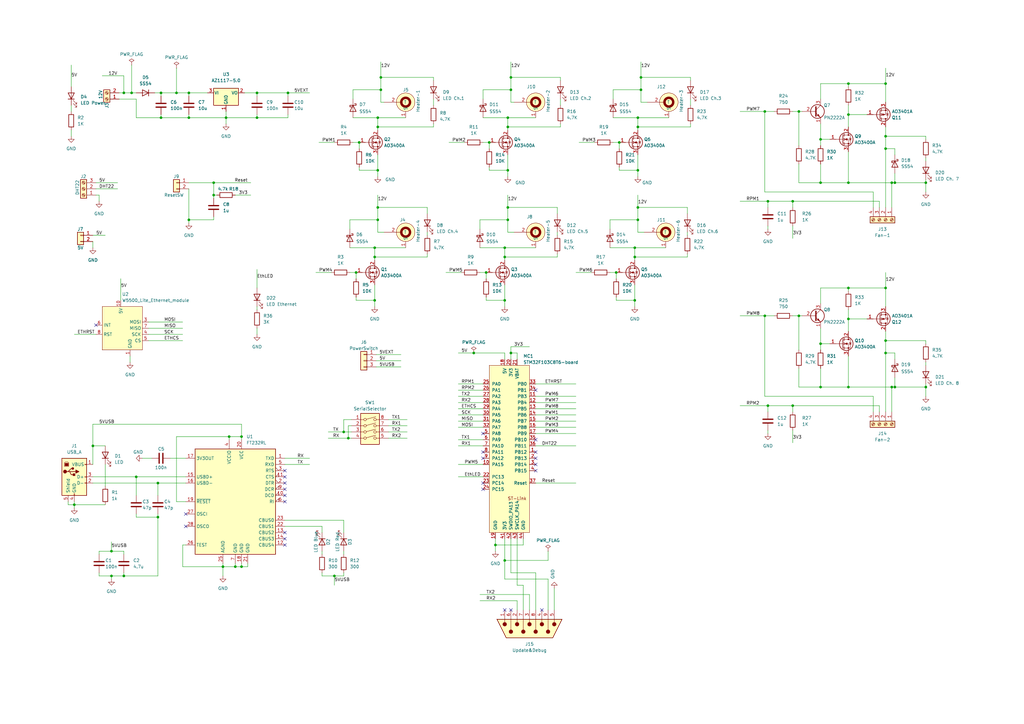
<source format=kicad_sch>
(kicad_sch (version 20231120) (generator "eeschema") (generator_version "8.0")
  (paper "A3")
  (title_block (title "Dew Heater Controller v1.0") (date "2023-02-20") (company "Radmilo Felix 2023"))
  (junction (at 347.98 158.75))
  (junction (at 363.22 144.78))
  (junction (at 55.88 195.58))
  (junction (at 154.94 52.07))
  (junction (at 146.05 111.76))
  (junction (at 64.77 212.09))
  (junction (at 252.73 111.76))
  (junction (at 153.67 123.19))
  (junction (at 336.55 158.75))
  (junction (at 45.72 236.22))
  (junction (at 77.47 48.26))
  (junction (at 207.01 101.6))
  (junction (at 367.03 74.93))
  (junction (at 327.66 129.54))
  (junction (at 313.69 129.54))
  (junction (at 99.06 232.41))
  (junction (at 254 58.42))
  (junction (at 153.67 105.41))
  (junction (at 365.76 158.75))
  (junction (at 209.55 36.83))
  (junction (at 260.35 105.41))
  (junction (at 347.98 34.29))
  (junction (at 379.73 74.93))
  (junction (at 379.73 158.75))
  (junction (at 207.01 105.41))
  (junction (at 336.55 57.15))
  (junction (at 347.98 118.11))
  (junction (at 154.94 48.26))
  (junction (at 154.94 90.17))
  (junction (at 327.66 45.72))
  (junction (at 262.89 31.75))
  (junction (at 105.41 38.1))
  (junction (at 45.72 226.06))
  (junction (at 96.52 232.41))
  (junction (at 363.22 118.11))
  (junction (at 262.89 36.83))
  (junction (at 260.35 101.6))
  (junction (at 142.875 179.705))
  (junction (at 208.28 90.17))
  (junction (at 208.28 85.09))
  (junction (at 50.8 38.1))
  (junction (at 156.21 36.83))
  (junction (at 92.71 48.26))
  (junction (at 199.39 111.76))
  (junction (at 118.11 38.1))
  (junction (at 336.55 140.97))
  (junction (at 347.98 46.99))
  (junction (at 261.62 90.17))
  (junction (at 207.01 123.19))
  (junction (at 30.48 207.01))
  (junction (at 261.62 69.85))
  (junction (at 347.98 130.81))
  (junction (at 365.76 74.93))
  (junction (at 325.12 166.37))
  (junction (at 147.32 58.42))
  (junction (at 363.22 34.29))
  (junction (at 137.16 236.22))
  (junction (at 64.77 198.12))
  (junction (at 77.47 38.1))
  (junction (at 140.97 177.165))
  (junction (at 91.44 232.41))
  (junction (at 363.22 60.96))
  (junction (at 156.21 31.75))
  (junction (at 153.67 101.6))
  (junction (at 260.35 123.19))
  (junction (at 363.22 139.7))
  (junction (at 208.28 69.85))
  (junction (at 203.2 223.52))
  (junction (at 93.98 179.07))
  (junction (at 325.12 82.55))
  (junction (at 261.62 85.09))
  (junction (at 207.01 229.87))
  (junction (at 261.62 48.26))
  (junction (at 336.55 74.93))
  (junction (at 154.94 85.09))
  (junction (at 66.04 48.26))
  (junction (at 53.975 38.1))
  (junction (at 367.03 158.75))
  (junction (at 66.04 38.1))
  (junction (at 105.41 48.26))
  (junction (at 77.47 90.17))
  (junction (at 154.94 69.85))
  (junction (at 50.8 236.22))
  (junction (at 313.69 45.72))
  (junction (at 87.63 80.01))
  (junction (at 314.96 82.55))
  (junction (at 72.39 38.1))
  (junction (at 209.55 144.78))
  (junction (at 200.66 58.42))
  (junction (at 363.22 55.88))
  (junction (at 314.96 166.37))
  (junction (at 208.28 48.26))
  (junction (at 261.62 52.07))
  (junction (at 208.28 52.07))
  (junction (at 209.55 31.75))
  (junction (at 347.98 74.93))
  (junction (at 194.31 144.78))
  (junction (at 87.63 74.93))
  (junction (at 99.06 179.07))
  (junction (at 38.1 182.88))
  (no_connect (at 116.84 220.98))
  (no_connect (at 116.84 223.52))
  (no_connect (at 76.2 210.82))
  (no_connect (at 76.2 215.9))
  (no_connect (at 116.84 193.04))
  (no_connect (at 116.84 195.58))
  (no_connect (at 116.84 205.74))
  (no_connect (at 116.84 198.12))
  (no_connect (at 116.84 200.66))
  (no_connect (at 116.84 203.2))
  (no_connect (at 207.01 250.19))
  (no_connect (at 219.71 187.96))
  (no_connect (at 198.12 177.8))
  (no_connect (at 209.55 250.19))
  (no_connect (at 219.71 185.42))
  (no_connect (at 219.71 180.34))
  (no_connect (at 219.71 190.5))
  (no_connect (at 39.37 133.35))
  (no_connect (at 222.25 250.19))
  (no_connect (at 198.12 187.96))
  (no_connect (at 198.12 185.42))
  (no_connect (at 198.12 200.66))
  (no_connect (at 198.12 198.12))
  (no_connect (at 116.84 218.44))
  (no_connect (at 219.71 160.02))
  (no_connect (at 219.71 193.04))
  (wire (pts (xy 187.96 172.72) (xy 198.12 172.72)))
  (wire (pts (xy 219.71 170.18) (xy 236.22 170.18)))
  (wire (pts (xy 105.41 48.26) (xy 92.71 48.26)))
  (wire (pts (xy 187.96 195.58) (xy 198.12 195.58)))
  (wire (pts (xy 40.64 226.06) (xy 45.72 226.06)))
  (wire (pts (xy 101.6 232.41) (xy 99.06 232.41)))
  (wire (pts (xy 325.12 166.37) (xy 325.12 168.91)))
  (wire (pts (xy 325.12 92.71) (xy 325.12 97.79)))
  (wire (pts (xy 39.37 77.47) (xy 48.26 77.47)))
  (wire (pts (xy 367.03 147.32) (xy 367.03 144.78)))
  (wire (pts (xy 265.43 41.91) (xy 262.89 41.91)))
  (wire (pts (xy 38.1 182.88) (xy 38.1 190.5)))
  (wire (pts (xy 187.96 162.56) (xy 198.12 162.56)))
  (wire (pts (xy 177.8 52.07) (xy 154.94 52.07)))
  (wire (pts (xy 153.67 101.6) (xy 153.67 105.41)))
  (wire (pts (xy 105.41 38.1) (xy 118.11 38.1)))
  (wire (pts (xy 229.87 50.8) (xy 229.87 52.07)))
  (wire (pts (xy 66.04 38.1) (xy 72.39 38.1)))
  (wire (pts (xy 261.62 85.09) (xy 261.62 90.17)))
  (wire (pts (xy 53.975 38.1) (xy 55.88 38.1)))
  (wire (pts (xy 250.19 93.98) (xy 250.19 90.17)))
  (wire (pts (xy 219.71 177.8) (xy 236.22 177.8)))
  (wire (pts (xy 187.96 167.64) (xy 198.12 167.64)))
  (wire (pts (xy 132.08 215.9) (xy 116.84 215.9)))
  (wire (pts (xy 283.21 40.64) (xy 283.21 43.18)))
  (wire (pts (xy 363.22 27.94) (xy 363.22 34.29)))
  (wire (pts (xy 363.22 135.89) (xy 363.22 139.7)))
  (wire (pts (xy 208.28 63.5) (xy 208.28 69.85)))
  (wire (pts (xy 198.12 48.26) (xy 208.28 48.26)))
  (wire (pts (xy 208.28 48.26) (xy 219.71 48.26)))
  (wire (pts (xy 347.98 43.18) (xy 347.98 46.99)))
  (wire (pts (xy 229.87 31.75) (xy 209.55 31.75)))
  (wire (pts (xy 363.22 52.07) (xy 363.22 55.88)))
  (wire (pts (xy 105.41 125.73) (xy 105.41 127)))
  (wire (pts (xy 379.73 64.77) (xy 379.73 66.04)))
  (wire (pts (xy 229.87 40.64) (xy 229.87 43.18)))
  (wire (pts (xy 72.39 205.74) (xy 72.39 179.07)))
  (wire (pts (xy 175.26 87.63) (xy 175.26 85.09)))
  (wire (pts (xy 49.53 114.3) (xy 49.53 123.19)))
  (wire (pts (xy 159.385 172.085) (xy 167.005 172.085)))
  (wire (pts (xy 260.35 123.19) (xy 260.35 125.73)))
  (wire (pts (xy 347.98 118.11) (xy 363.22 118.11)))
  (wire (pts (xy 219.71 167.64) (xy 236.22 167.64)))
  (wire (pts (xy 336.55 158.75) (xy 347.98 158.75)))
  (wire (pts (xy 196.85 101.6) (xy 207.01 101.6)))
  (wire (pts (xy 196.85 93.98) (xy 196.85 90.17)))
  (wire (pts (xy 379.73 139.7) (xy 363.22 139.7)))
  (wire (pts (xy 336.55 50.8) (xy 336.55 57.15)))
  (wire (pts (xy 159.385 179.705) (xy 167.005 179.705)))
  (wire (pts (xy 219.71 172.72) (xy 236.22 172.72)))
  (wire (pts (xy 134.62 179.705) (xy 142.875 179.705)))
  (wire (pts (xy 175.26 104.14) (xy 175.26 105.41)))
  (wire (pts (xy 210.82 95.25) (xy 208.28 95.25)))
  (wire (pts (xy 212.09 250.19) (xy 212.09 246.38)))
  (wire (pts (xy 153.67 123.19) (xy 153.67 125.73)))
  (wire (pts (xy 325.12 82.55) (xy 325.12 85.09)))
  (wire (pts (xy 38.1 173.99) (xy 38.1 182.88)))
  (wire (pts (xy 314.96 82.55) (xy 325.12 82.55)))
  (wire (pts (xy 156.21 25.4) (xy 156.21 31.75)))
  (wire (pts (xy 228.6 87.63) (xy 228.6 85.09)))
  (wire (pts (xy 116.84 190.5) (xy 127 190.5)))
  (wire (pts (xy 336.55 140.97) (xy 340.36 140.97)))
  (wire (pts (xy 72.39 27.94) (xy 72.39 38.1)))
  (wire (pts (xy 116.84 187.96) (xy 127 187.96)))
  (wire (pts (xy 154.305 145.415) (xy 164.465 145.415)))
  (wire (pts (xy 87.63 88.9) (xy 87.63 90.17)))
  (wire (pts (xy 41.91 31.115) (xy 50.8 31.115)))
  (wire (pts (xy 129.54 111.76) (xy 135.89 111.76)))
  (wire (pts (xy 154.94 85.09) (xy 154.94 90.17)))
  (wire (pts (xy 55.88 195.58) (xy 76.2 195.58)))
  (wire (pts (xy 250.19 101.6) (xy 260.35 101.6)))
  (wire (pts (xy 132.08 226.06) (xy 132.08 227.33)))
  (wire (pts (xy 379.73 158.75) (xy 367.03 158.75)))
  (wire (pts (xy 187.96 165.1) (xy 198.12 165.1)))
  (wire (pts (xy 45.72 222.25) (xy 45.72 226.06)))
  (wire (pts (xy 327.66 67.31) (xy 327.66 74.93)))
  (wire (pts (xy 159.385 177.165) (xy 167.005 177.165)))
  (wire (pts (xy 187.96 182.88) (xy 198.12 182.88)))
  (wire (pts (xy 224.79 226.06) (xy 224.79 229.87)))
  (wire (pts (xy 38.1 198.12) (xy 64.77 198.12)))
  (wire (pts (xy 281.94 104.14) (xy 281.94 105.41)))
  (wire (pts (xy 144.78 36.83) (xy 156.21 36.83)))
  (wire (pts (xy 325.12 176.53) (xy 325.12 181.61)))
  (wire (pts (xy 261.62 80.01) (xy 261.62 85.09)))
  (wire (pts (xy 208.28 48.26) (xy 208.28 52.07)))
  (wire (pts (xy 360.68 166.37) (xy 325.12 166.37)))
  (wire (pts (xy 367.03 144.78) (xy 363.22 144.78)))
  (wire (pts (xy 379.73 57.15) (xy 379.73 55.88)))
  (wire (pts (xy 200.66 58.42) (xy 200.66 60.96)))
  (wire (pts (xy 347.98 135.89) (xy 347.98 130.81)))
  (wire (pts (xy 154.94 80.01) (xy 154.94 85.09)))
  (wire (pts (xy 144.78 58.42) (xy 147.32 58.42)))
  (wire (pts (xy 132.08 234.95) (xy 132.08 236.22)))
  (wire (pts (xy 281.94 87.63) (xy 281.94 85.09)))
  (wire (pts (xy 360.68 85.09) (xy 360.68 82.55)))
  (wire (pts (xy 363.22 111.76) (xy 363.22 118.11)))
  (wire (pts (xy 60.96 137.16) (xy 74.93 137.16)))
  (wire (pts (xy 77.47 46.99) (xy 77.47 48.26)))
  (wire (pts (xy 260.35 101.6) (xy 273.05 101.6)))
  (wire (pts (xy 199.39 123.19) (xy 207.01 123.19)))
  (wire (pts (xy 336.55 67.31) (xy 336.55 74.93)))
  (wire (pts (xy 140.97 213.36) (xy 140.97 218.44)))
  (wire (pts (xy 227.33 241.3) (xy 227.33 250.19)))
  (wire (pts (xy 363.22 60.96) (xy 363.22 85.09)))
  (wire (pts (xy 45.72 236.22) (xy 50.8 236.22)))
  (wire (pts (xy 379.73 74.93) (xy 379.73 78.74)))
  (wire (pts (xy 336.55 34.29) (xy 347.98 34.29)))
  (wire (pts (xy 77.47 48.26) (xy 92.71 48.26)))
  (wire (pts (xy 208.28 80.01) (xy 208.28 85.09)))
  (wire (pts (xy 29.21 43.18) (xy 29.21 45.72)))
  (wire (pts (xy 76.2 205.74) (xy 72.39 205.74)))
  (wire (pts (xy 358.14 168.91) (xy 358.14 162.56)))
  (wire (pts (xy 260.35 101.6) (xy 260.35 105.41)))
  (wire (pts (xy 30.48 205.74) (xy 30.48 207.01)))
  (wire (pts (xy 30.48 207.01) (xy 43.18 207.01)))
  (wire (pts (xy 143.51 93.98) (xy 143.51 90.17)))
  (wire (pts (xy 219.71 175.26) (xy 236.22 175.26)))
  (wire (pts (xy 367.03 60.96) (xy 363.22 60.96)))
  (wire (pts (xy 154.94 69.85) (xy 154.94 72.39)))
  (wire (pts (xy 367.03 63.5) (xy 367.03 60.96)))
  (wire (pts (xy 379.73 148.59) (xy 379.73 149.86)))
  (wire (pts (xy 118.11 38.1) (xy 127 38.1)))
  (wire (pts (xy 209.55 220.98) (xy 209.55 234.95)))
  (wire (pts (xy 219.71 165.1) (xy 236.22 165.1)))
  (wire (pts (xy 142.875 179.705) (xy 144.145 179.705)))
  (wire (pts (xy 347.98 127) (xy 347.98 130.81)))
  (wire (pts (xy 116.84 213.36) (xy 140.97 213.36)))
  (wire (pts (xy 365.76 158.75) (xy 365.76 168.91)))
  (wire (pts (xy 60.96 139.7) (xy 74.93 139.7)))
  (wire (pts (xy 72.39 179.07) (xy 93.98 179.07)))
  (wire (pts (xy 347.98 74.93) (xy 365.76 74.93)))
  (wire (pts (xy 347.98 158.75) (xy 365.76 158.75)))
  (wire (pts (xy 175.26 95.25) (xy 175.26 96.52)))
  (wire (pts (xy 66.04 46.99) (xy 66.04 48.26)))
  (wire (pts (xy 132.08 236.22) (xy 137.16 236.22)))
  (wire (pts (xy 203.2 223.52) (xy 203.2 226.06)))
  (wire (pts (xy 262.89 25.4) (xy 262.89 31.75)))
  (wire (pts (xy 154.305 147.955) (xy 164.465 147.955)))
  (wire (pts (xy 137.16 236.22) (xy 140.97 236.22)))
  (wire (pts (xy 102.87 80.01) (xy 96.52 80.01)))
  (wire (pts (xy 207.01 220.98) (xy 207.01 229.87)))
  (wire (pts (xy 43.18 96.52) (xy 38.1 96.52)))
  (wire (pts (xy 229.87 33.02) (xy 229.87 31.75)))
  (wire (pts (xy 347.98 130.81) (xy 355.6 130.81)))
  (wire (pts (xy 281.94 95.25) (xy 281.94 96.52)))
  (wire (pts (xy 153.67 101.6) (xy 166.37 101.6)))
  (wire (pts (xy 87.63 80.01) (xy 87.63 74.93)))
  (wire (pts (xy 187.96 157.48) (xy 198.12 157.48)))
  (wire (pts (xy 177.8 31.75) (xy 156.21 31.75)))
  (wire (pts (xy 210.82 41.91) (xy 209.55 41.91)))
  (wire (pts (xy 196.85 246.38) (xy 212.09 246.38)))
  (wire (pts (xy 251.46 58.42) (xy 254 58.42)))
  (wire (pts (xy 379.73 74.93) (xy 367.03 74.93)))
  (wire (pts (xy 146.05 111.76) (xy 146.05 114.3)))
  (wire (pts (xy 177.8 40.64) (xy 177.8 43.18)))
  (wire (pts (xy 327.66 74.93) (xy 336.55 74.93)))
  (wire (pts (xy 39.37 80.01) (xy 40.64 80.01)))
  (wire (pts (xy 283.21 31.75) (xy 262.89 31.75)))
  (wire (pts (xy 367.03 74.93) (xy 365.76 74.93)))
  (wire (pts (xy 207.01 105.41) (xy 207.01 106.68)))
  (wire (pts (xy 30.48 137.16) (xy 39.37 137.16)))
  (wire (pts (xy 327.66 158.75) (xy 336.55 158.75)))
  (wire (pts (xy 100.33 38.1) (xy 105.41 38.1)))
  (wire (pts (xy 347.98 46.99) (xy 355.6 46.99)))
  (wire (pts (xy 43.18 190.5) (xy 43.18 199.39)))
  (wire (pts (xy 154.94 63.5) (xy 154.94 69.85)))
  (wire (pts (xy 207.01 123.19) (xy 207.01 125.73)))
  (wire (pts (xy 92.71 45.72) (xy 92.71 48.26)))
  (wire (pts (xy 347.98 52.07) (xy 347.98 46.99)))
  (wire (pts (xy 175.26 85.09) (xy 154.94 85.09)))
  (wire (pts (xy 212.09 144.78) (xy 209.55 144.78)))
  (wire (pts (xy 132.08 218.44) (xy 132.08 215.9)))
  (wire (pts (xy 303.53 45.72) (xy 313.69 45.72)))
  (wire (pts (xy 236.22 111.76) (xy 242.57 111.76)))
  (wire (pts (xy 99.06 232.41) (xy 96.52 232.41)))
  (wire (pts (xy 336.55 140.97) (xy 336.55 143.51)))
  (wire (pts (xy 314.96 92.71) (xy 314.96 93.98)))
  (wire (pts (xy 229.87 52.07) (xy 208.28 52.07)))
  (wire (pts (xy 147.32 69.85) (xy 154.94 69.85)))
  (wire (pts (xy 55.88 210.82) (xy 55.88 212.09)))
  (wire (pts (xy 64.77 198.12) (xy 76.2 198.12)))
  (wire (pts (xy 314.96 176.53) (xy 314.96 177.8)))
  (wire (pts (xy 209.55 41.91) (xy 209.55 36.83)))
  (wire (pts (xy 252.73 121.92) (xy 252.73 123.19)))
  (wire (pts (xy 184.15 58.42) (xy 190.5 58.42)))
  (wire (pts (xy 198.12 36.83) (xy 209.55 36.83)))
  (wire (pts (xy 363.22 34.29) (xy 363.22 41.91)))
  (wire (pts (xy 45.72 226.06) (xy 50.8 226.06)))
  (wire (pts (xy 147.32 58.42) (xy 147.32 60.96)))
  (wire (pts (xy 146.05 123.19) (xy 153.67 123.19)))
  (wire (pts (xy 207.01 116.84) (xy 207.01 123.19)))
  (wire (pts (xy 219.71 198.12) (xy 236.22 198.12)))
  (wire (pts (xy 154.94 52.07) (xy 154.94 53.34)))
  (wire (pts (xy 379.73 140.97) (xy 379.73 139.7)))
  (wire (pts (xy 105.41 134.62) (xy 105.41 137.16)))
  (wire (pts (xy 118.11 38.1) (xy 118.11 39.37)))
  (wire (pts (xy 261.62 63.5) (xy 261.62 69.85)))
  (wire (pts (xy 96.52 232.41) (xy 91.44 232.41)))
  (wire (pts (xy 219.71 162.56) (xy 236.22 162.56)))
  (wire (pts (xy 77.47 38.1) (xy 77.47 39.37)))
  (wire (pts (xy 50.8 226.06) (xy 50.8 227.33)))
  (wire (pts (xy 62.23 187.96) (xy 58.42 187.96)))
  (wire (pts (xy 29.21 53.34) (xy 29.21 55.88)))
  (wire (pts (xy 219.71 182.88) (xy 236.22 182.88)))
  (wire (pts (xy 224.79 237.49) (xy 224.79 250.19)))
  (wire (pts (xy 53.975 26.67) (xy 53.975 38.1)))
  (wire (pts (xy 261.62 95.25) (xy 261.62 90.17)))
  (wire (pts (xy 187.96 160.02) (xy 198.12 160.02)))
  (wire (pts (xy 143.51 111.76) (xy 146.05 111.76)))
  (wire (pts (xy 358.14 162.56) (xy 313.69 162.56)))
  (wire (pts (xy 367.03 71.12) (xy 367.03 74.93)))
  (wire (pts (xy 336.55 57.15) (xy 336.55 59.69)))
  (wire (pts (xy 314.96 166.37) (xy 325.12 166.37)))
  (wire (pts (xy 87.63 74.93) (xy 77.47 74.93)))
  (wire (pts (xy 53.34 146.05) (xy 53.34 148.59)))
  (wire (pts (xy 228.6 104.14) (xy 228.6 105.41)))
  (wire (pts (xy 207.01 237.49) (xy 224.79 237.49)))
  (wire (pts (xy 283.21 50.8) (xy 283.21 52.07)))
  (wire (pts (xy 327.66 45.72) (xy 327.66 59.69)))
  (wire (pts (xy 327.66 151.13) (xy 327.66 158.75)))
  (wire (pts (xy 187.96 170.18) (xy 198.12 170.18)))
  (wire (pts (xy 224.79 229.87) (xy 207.01 229.87)))
  (wire (pts (xy 40.64 227.33) (xy 40.64 226.06)))
  (wire (pts (xy 50.8 236.22) (xy 50.8 234.95)))
  (wire (pts (xy 177.8 50.8) (xy 177.8 52.07)))
  (wire (pts (xy 87.63 80.01) (xy 87.63 81.28)))
  (wire (pts (xy 336.55 124.46) (xy 336.55 118.11)))
  (wire (pts (xy 102.87 74.93) (xy 87.63 74.93)))
  (wire (pts (xy 207.01 144.78) (xy 207.01 147.32)))
  (wire (pts (xy 55.88 195.58) (xy 55.88 203.2)))
  (wire (pts (xy 130.81 58.42) (xy 137.16 58.42)))
  (wire (pts (xy 208.28 95.25) (xy 208.28 90.17)))
  (wire (pts (xy 64.77 198.12) (xy 64.77 203.2)))
  (wire (pts (xy 105.41 46.99) (xy 105.41 48.26)))
  (wire (pts (xy 177.8 33.02) (xy 177.8 31.75)))
  (wire (pts (xy 303.53 82.55) (xy 314.96 82.55)))
  (wire (pts (xy 228.6 105.41) (xy 207.01 105.41)))
  (wire (pts (xy 237.49 58.42) (xy 243.84 58.42)))
  (wire (pts (xy 27.94 207.01) (xy 30.48 207.01)))
  (wire (pts (xy 101.6 231.14) (xy 101.6 232.41)))
  (wire (pts (xy 200.66 69.85) (xy 208.28 69.85)))
  (wire (pts (xy 154.94 95.25) (xy 154.94 90.17)))
  (wire (pts (xy 200.66 68.58) (xy 200.66 69.85)))
  (wire (pts (xy 39.37 74.93) (xy 48.26 74.93)))
  (wire (pts (xy 64.77 212.09) (xy 64.77 236.22)))
  (wire (pts (xy 118.11 48.26) (xy 105.41 48.26)))
  (wire (pts (xy 228.6 85.09) (xy 208.28 85.09)))
  (wire (pts (xy 142.875 174.625) (xy 142.875 179.705)))
  (wire (pts (xy 198.12 58.42) (xy 200.66 58.42)))
  (wire (pts (xy 260.35 105.41) (xy 260.35 106.68)))
  (wire (pts (xy 92.71 48.26) (xy 92.71 50.8)))
  (wire (pts (xy 325.12 45.72) (xy 327.66 45.72)))
  (wire (pts (xy 64.77 236.22) (xy 50.8 236.22)))
  (wire (pts (xy 38.1 182.88) (xy 43.18 182.88)))
  (wire (pts (xy 87.63 90.17) (xy 77.47 90.17)))
  (wire (pts (xy 327.66 45.72) (xy 328.93 45.72)))
  (wire (pts (xy 214.63 220.98) (xy 214.63 223.52)))
  (wire (pts (xy 217.17 250.19) (xy 217.17 243.84)))
  (wire (pts (xy 281.94 105.41) (xy 260.35 105.41)))
  (wire (pts (xy 281.94 85.09) (xy 261.62 85.09)))
  (wire (pts (xy 143.51 90.17) (xy 154.94 90.17)))
  (wire (pts (xy 199.39 111.76) (xy 199.39 114.3)))
  (wire (pts (xy 99.06 179.07) (xy 99.06 180.34)))
  (wire (pts (xy 254 68.58) (xy 254 69.85)))
  (wire (pts (xy 198.12 40.64) (xy 198.12 36.83)))
  (wire (pts (xy 303.53 129.54) (xy 313.69 129.54)))
  (wire (pts (xy 336.55 134.62) (xy 336.55 140.97)))
  (wire (pts (xy 144.78 40.64) (xy 144.78 36.83)))
  (wire (pts (xy 29.21 26.67) (xy 29.21 35.56)))
  (wire (pts (xy 40.64 80.01) (xy 40.64 82.55)))
  (wire (pts (xy 147.32 68.58) (xy 147.32 69.85)))
  (wire (pts (xy 40.64 236.22) (xy 45.72 236.22)))
  (wire (pts (xy 187.96 180.34) (xy 198.12 180.34)))
  (wire (pts (xy 207.01 101.6) (xy 219.71 101.6)))
  (wire (pts (xy 303.53 166.37) (xy 314.96 166.37)))
  (wire (pts (xy 363.22 118.11) (xy 363.22 125.73)))
  (wire (pts (xy 313.69 129.54) (xy 317.5 129.54)))
  (wire (pts (xy 336.55 40.64) (xy 336.55 34.29)))
  (wire (pts (xy 336.55 57.15) (xy 340.36 57.15)))
  (wire (pts (xy 154.94 48.26) (xy 154.94 52.07)))
  (wire (pts (xy 69.85 187.96) (xy 76.2 187.96)))
  (wire (pts (xy 283.21 33.02) (xy 283.21 31.75)))
  (wire (pts (xy 99.06 231.14) (xy 99.06 232.41)))
  (wire (pts (xy 146.05 121.92) (xy 146.05 123.19)))
  (wire (pts (xy 327.66 129.54) (xy 327.66 143.51)))
  (wire (pts (xy 76.2 223.52) (xy 74.93 223.52)))
  (wire (pts (xy 144.145 174.625) (xy 142.875 174.625)))
  (wire (pts (xy 264.16 95.25) (xy 261.62 95.25)))
  (wire (pts (xy 336.55 74.93) (xy 347.98 74.93)))
  (wire (pts (xy 153.67 105.41) (xy 153.67 106.68)))
  (wire (pts (xy 38.1 195.58) (xy 55.88 195.58)))
  (wire (pts (xy 66.04 48.26) (xy 77.47 48.26)))
  (wire (pts (xy 262.89 41.91) (xy 262.89 36.83)))
  (wire (pts (xy 219.71 234.95) (xy 219.71 250.19)))
  (wire (pts (xy 118.11 46.99) (xy 118.11 48.26)))
  (wire (pts (xy 50.8 38.1) (xy 50.8 31.115)))
  (wire (pts (xy 336.55 151.13) (xy 336.55 158.75)))
  (wire (pts (xy 327.66 129.54) (xy 328.93 129.54)))
  (wire (pts (xy 250.19 90.17) (xy 261.62 90.17)))
  (wire (pts (xy 105.41 110.49) (xy 105.41 118.11)))
  (wire (pts (xy 175.26 105.41) (xy 153.67 105.41)))
  (wire (pts (xy 209.55 25.4) (xy 209.55 31.75)))
  (wire (pts (xy 365.76 74.93) (xy 365.76 85.09)))
  (wire (pts (xy 214.63 240.03) (xy 214.63 250.19)))
  (wire (pts (xy 93.98 179.07) (xy 99.06 179.07)))
  (wire (pts (xy 254 69.85) (xy 261.62 69.85)))
  (wire (pts (xy 209.55 31.75) (xy 209.55 36.83)))
  (wire (pts (xy 261.62 48.26) (xy 261.62 52.07)))
  (wire (pts (xy 379.73 73.66) (xy 379.73 74.93)))
  (wire (pts (xy 77.47 38.1) (xy 85.09 38.1)))
  (wire (pts (xy 38.1 173.99) (xy 99.06 173.99)))
  (wire (pts (xy 252.73 111.76) (xy 252.73 114.3)))
  (wire (pts (xy 88.9 80.01) (xy 87.63 80.01)))
  (wire (pts (xy 91.44 232.41) (xy 91.44 236.22)))
  (wire (pts (xy 140.97 236.22) (xy 140.97 234.95)))
  (wire (pts (xy 208.28 69.85) (xy 208.28 72.39)))
  (wire (pts (xy 93.98 179.07) (xy 93.98 180.34)))
  (wire (pts (xy 252.73 123.19) (xy 260.35 123.19)))
  (wire (pts (xy 251.46 40.64) (xy 251.46 36.83)))
  (wire (pts (xy 45.72 236.22) (xy 45.72 237.49)))
  (wire (pts (xy 228.6 95.25) (xy 228.6 96.52)))
  (wire (pts (xy 60.96 132.08) (xy 74.93 132.08)))
  (wire (pts (xy 261.62 48.26) (xy 274.32 48.26)))
  (wire (pts (xy 212.09 147.32) (xy 212.09 144.78)))
  (wire (pts (xy 325.12 129.54) (xy 327.66 129.54)))
  (wire (pts (xy 261.62 52.07) (xy 261.62 53.34)))
  (wire (pts (xy 207.01 101.6) (xy 207.01 105.41)))
  (wire (pts (xy 367.03 154.94) (xy 367.03 158.75)))
  (wire (pts (xy 212.09 220.98) (xy 212.09 240.03)))
  (wire (pts (xy 203.2 220.98) (xy 203.2 223.52)))
  (wire (pts (xy 50.8 38.1) (xy 53.975 38.1)))
  (wire (pts (xy 219.71 157.48) (xy 236.22 157.48)))
  (wire (pts (xy 363.22 55.88) (xy 363.22 60.96)))
  (wire (pts (xy 360.68 168.91) (xy 360.68 166.37)))
  (wire (pts (xy 156.21 31.75) (xy 156.21 36.83)))
  (wire (pts (xy 154.305 150.495) (xy 164.465 150.495)))
  (wire (pts (xy 77.47 90.17) (xy 77.47 91.44)))
  (wire (pts (xy 358.14 78.74) (xy 313.69 78.74)))
  (wire (pts (xy 196.85 90.17) (xy 208.28 90.17)))
  (wire (pts (xy 143.51 101.6) (xy 153.67 101.6)))
  (wire (pts (xy 182.88 111.76) (xy 189.23 111.76)))
  (wire (pts (xy 358.14 85.09) (xy 358.14 78.74)))
  (wire (pts (xy 208.28 85.09) (xy 208.28 90.17)))
  (wire (pts (xy 260.35 116.84) (xy 260.35 123.19)))
  (wire (pts (xy 379.73 158.75) (xy 379.73 162.56)))
  (wire (pts (xy 159.385 174.625) (xy 167.005 174.625)))
  (wire (pts (xy 262.89 31.75) (xy 262.89 36.83)))
  (wire (pts (xy 105.41 38.1) (xy 105.41 39.37)))
  (wire (pts (xy 48.895 38.1) (xy 50.8 38.1)))
  (wire (pts (xy 254 58.42) (xy 254 60.96)))
  (wire (pts (xy 137.16 236.22) (xy 137.16 240.03)))
  (wire (pts (xy 156.21 41.91) (xy 157.48 41.91)))
  (wire (pts (xy 72.39 38.1) (xy 77.47 38.1)))
  (wire (pts (xy 199.39 121.92) (xy 199.39 123.19)))
  (wire (pts (xy 74.93 223.52) (xy 74.93 232.41)))
  (wire (pts (xy 157.48 95.25) (xy 154.94 95.25)))
  (wire (pts (xy 347.98 146.05) (xy 347.98 158.75)))
  (wire (pts (xy 156.21 41.91) (xy 156.21 36.83)))
  (wire (pts (xy 55.88 40.64) (xy 55.88 48.26)))
  (wire (pts (xy 55.88 212.09) (xy 64.77 212.09)))
  (wire (pts (xy 313.69 78.74) (xy 313.69 45.72)))
  (wire (pts (xy 196.85 243.84) (xy 217.17 243.84)))
  (wire (pts (xy 144.78 48.26) (xy 154.94 48.26)))
  (wire (pts (xy 251.46 48.26) (xy 261.62 48.26)))
  (wire (pts (xy 55.88 48.26) (xy 66.04 48.26)))
  (wire (pts (xy 214.63 223.52) (xy 203.2 223.52)))
  (wire (pts (xy 261.62 69.85) (xy 261.62 72.39)))
  (wire (pts (xy 363.22 144.78) (xy 363.22 168.91)))
  (wire (pts (xy 187.96 144.78) (xy 194.31 144.78)))
  (wire (pts (xy 196.85 111.76) (xy 199.39 111.76)))
  (wire (pts (xy 314.96 166.37) (xy 314.96 168.91)))
  (wire (pts (xy 74.93 232.41) (xy 91.44 232.41)))
  (wire (pts (xy 153.67 116.84) (xy 153.67 123.19)))
  (wire (pts (xy 209.55 234.95) (xy 219.71 234.95)))
  (wire (pts (xy 134.62 177.165) (xy 140.97 177.165)))
  (wire (pts (xy 187.96 175.26) (xy 198.12 175.26)))
  (wire (pts (xy 336.55 118.11) (xy 347.98 118.11)))
  (wire (pts (xy 313.69 162.56) (xy 313.69 129.54)))
  (wire (pts (xy 283.21 52.07) (xy 261.62 52.07)))
  (wire (pts (xy 347.98 35.56) (xy 347.98 34.29)))
  (wire (pts (xy 77.47 77.47) (xy 77.47 90.17)))
  (wire (pts (xy 207.01 229.87) (xy 207.01 237.49)))
  (wire (pts (xy 209.55 142.24) (xy 217.17 142.24)))
  (wire (pts (xy 140.97 177.165) (xy 144.145 177.165)))
  (wire (pts (xy 66.04 38.1) (xy 66.04 39.37)))
  (wire (pts (xy 251.46 36.83) (xy 262.89 36.83)))
  (wire (pts (xy 91.44 232.41) (xy 91.44 231.14)))
  (wire (pts (xy 379.73 157.48) (xy 379.73 158.75)))
  (wire (pts (xy 140.97 172.085) (xy 140.97 177.165)))
  (wire (pts (xy 360.68 82.55) (xy 325.12 82.55)))
  (wire (pts (xy 209.55 147.32) (xy 209.55 144.78)))
  (wire (pts (xy 250.19 111.76) (xy 252.73 111.76)))
  (wire (pts (xy 38.1 99.06) (xy 38.1 101.6)))
  (wire (pts (xy 367.03 158.75) (xy 365.76 158.75)))
  (wire (pts (xy 379.73 55.88) (xy 363.22 55.88)))
  (wire (pts (xy 99.06 173.99) (xy 99.06 179.07)))
  (wire (pts (xy 314.96 82.55) (xy 314.96 85.09)))
  (wire (pts (xy 30.48 207.01) (xy 30.48 208.28)))
  (wire (pts (xy 347.98 62.23) (xy 347.98 74.93)))
  (wire (pts (xy 63.5 38.1) (xy 66.04 38.1)))
  (wire (pts (xy 96.52 231.14) (xy 96.52 232.41)))
  (wire (pts (xy 194.31 144.78) (xy 207.01 144.78)))
  (wire (pts (xy 48.895 40.64) (xy 55.88 40.64)))
  (wire (pts (xy 40.64 234.95) (xy 40.64 236.22)))
  (wire (pts (xy 140.97 226.06) (xy 140.97 227.33)))
  (wire (pts (xy 209.55 144.78) (xy 209.55 142.24)))
  (wire (pts (xy 347.98 34.29) (xy 363.22 34.29)))
  (wire (pts (xy 27.94 205.74) (xy 27.94 207.01)))
  (wire (pts (xy 347.98 119.38) (xy 347.98 118.11)))
  (wire (pts (xy 187.96 190.5) (xy 198.12 190.5)))
  (wire (pts (xy 212.09 240.03) (xy 214.63 240.03)))
  (wire (pts (xy 313.69 45.72) (xy 317.5 45.72)))
  (wire (pts (xy 64.77 210.82) (xy 64.77 212.09)))
  (wire (pts (xy 154.94 48.26) (xy 166.37 48.26)))
  (wire (pts (xy 363.22 139.7) (xy 363.22 144.78)))
  (wire (pts (xy 144.145 172.085) (xy 140.97 172.085)))
  (wire (pts (xy 208.28 52.07) (xy 208.28 53.34)))
  (wire (pts (xy 60.96 134.62) (xy 74.93 134.62)))
  (label "RPM1" (at 189.23 157.48 0))
  (label "12V" (at 262.89 27.94 0))
  (label "5VEXT" (at 155.575 145.415 0))
  (label "SCK" (at 189.23 170.18 0))
  (label "MOSI" (at 189.23 175.26 0))
  (label "ETHRST" (at 223.52 157.48 0))
  (label "5V" (at 40.64 74.93 0))
  (label "PWM3" (at 238.76 58.42 0))
  (label "12V" (at 209.55 27.94 0))
  (label "12V" (at 363.22 115.57 0))
  (label "PWM2" (at 223.52 172.72 0))
  (label "DHT22" (at 40.64 77.47 0))
  (label "TX1" (at 189.23 180.34 0))
  (label "12V" (at 154.94 82.55 0))
  (label "12V" (at 363.22 31.75 0))
  (label "5V" (at 155.575 147.955 0))
  (label "PWM4" (at 223.52 177.8 0))
  (label "5VUSB" (at 45.72 224.79 0))
  (label "PWM4" (at 130.81 111.76 0))
  (label "TX" (at 136.525 177.165 0))
  (label "12V" (at 261.62 83.82 0))
  (label "PWM3" (at 223.52 175.26 0))
  (label "SCK" (at 67.31 137.16 0))
  (label "3V3" (at 101.6 80.01 180))
  (label "RX2" (at 189.23 165.1 0))
  (label "5V" (at 49.53 118.11 0))
  (label "RX" (at 136.525 179.705 0))
  (label "RX1" (at 189.23 182.88 0))
  (label "DHT22" (at 222.25 182.88 0))
  (label "EthLED" (at 105.41 114.3 0))
  (label "PWM2" (at 185.42 58.42 0))
  (label "3V3" (at 325.12 96.52 0))
  (label "PWM7" (at 306.07 45.72 0))
  (label "ETHCS" (at 67.31 139.7 0))
  (label "5V" (at 189.23 144.78 0))
  (label "PWM7" (at 223.52 165.1 0))
  (label "TX2" (at 199.39 243.84 0))
  (label "5V" (at 29.21 31.75 0))
  (label "PWM5" (at 184.15 111.76 0))
  (label "PWM8" (at 306.07 129.54 0))
  (label "RX2" (at 160.655 179.705 0))
  (label "5VUSB" (at 155.575 150.495 0))
  (label "Reset" (at 222.25 198.12 0))
  (label "MOSI" (at 67.31 132.08 0))
  (label "3V3" (at 325.12 180.34 0))
  (label "PWM5" (at 190.5 190.5 0))
  (label "RPM1" (at 306.07 82.55 0))
  (label "12V" (at 44.45 31.115 0))
  (label "5VUSB" (at 137.16 238.76 0))
  (label "ETHRST" (at 31.75 137.16 0))
  (label "EthLED" (at 190.5 195.58 0))
  (label "RX" (at 121.92 187.96 0))
  (label "TX2" (at 189.23 162.56 0))
  (label "PWM8" (at 223.52 167.64 0))
  (label "3V3" (at 210.82 142.24 0))
  (label "TX" (at 121.92 190.5 0))
  (label "Reset" (at 101.6 74.93 180))
  (label "PWM6" (at 223.52 162.56 0))
  (label "12V" (at 156.21 27.94 0))
  (label "ETHCS" (at 189.23 167.64 0))
  (label "5V" (at 41.91 96.52 180))
  (label "5VUSB" (at 40.64 173.99 0))
  (label "TX1" (at 160.655 172.085 0))
  (label "MISO" (at 189.23 172.72 0))
  (label "RX1" (at 160.655 174.625 0))
  (label "12V" (at 208.28 82.55 0))
  (label "PWM6" (at 237.49 111.76 0))
  (label "MISO" (at 67.31 134.62 0))
  (label "TX2" (at 160.655 177.165 0))
  (label "RX2" (at 199.39 246.38 0))
  (label "5VEXT" (at 120.65 38.1 0))
  (label "PWM1" (at 223.52 170.18 0))
  (label "RPM2" (at 189.23 160.02 0))
  (label "PWM1" (at 132.08 58.42 0))
  (label "RPM2" (at 306.07 166.37 0))
  (symbol (lib_id "Connector:Screw_Terminal_01x02") (at 43.815 40.64 180) (unit 1)
    (property "Reference" "J3" (at 43.815 44.45 90) (effects (justify right)))
    (property "Value" "12V" (at 41.275 40.64 90) (effects (justify right)))
    (property "Footprint" "MyCustom:TerminalBlock_PTR_AKZ950-2_P5.08mm_Vertical" (effects (hide yes)))
  )
  (symbol (lib_id "Device:R") (at 140.97 231.14 0) (unit 1)
    (property "Reference" "R12" (at 143.51 229.8699 0) (effects (justify left)))
    (property "Value" "300" (at 143.51 232.4099 0) (effects (justify left)))
    (property "Footprint" "Resistor_SMD:R_1206_3216Metric" (effects (hide yes)))
    (property "LCSC" "C17887" (effects (hide yes)))
  )
  (symbol (lib_id "Device:LED") (at 105.41 121.92 90) (unit 1)
    (property "Reference" "D22" (at 109.22 122.2375 90) (effects (justify right)))
    (property "Value" "LED Ethernet" (at 109.22 124.7775 90) (effects (justify right)))
    (property "Footprint" "LED_THT:LED_D5.0mm" (effects (hide yes)))
  )
  (symbol (lib_id "Device:R") (at 325.12 172.72 180) (unit 1)
    (property "Reference" "R27" (at 328.93 171.4499 0) (effects (justify right)))
    (property "Value" "1K" (at 328.93 173.9899 0) (effects (justify right)))
    (property "Footprint" "Resistor_SMD:R_1206_3216Metric" (effects (hide yes)))
    (property "LCSC" "C4410 " (effects (hide yes)))
  )
  (symbol (lib_id "Device:R") (at 254 64.77 0) (unit 1)
    (property "Reference" "R21" (at 256.54 63.4999 0) (effects (justify left)))
    (property "Value" "10K" (at 256.54 66.0399 0) (effects (justify left)))
    (property "Footprint" "Resistor_SMD:R_1206_3216Metric" (effects (hide yes)))
    (property "LCSC" "C17902 " (effects (hide yes)))
  )
  (symbol (lib_id "Connector:USB_B") (at 30.48 195.58 0) (unit 1)
    (property "Reference" "J1" (at 30.48 182.88 0))
    (property "Value" "USB_A" (at 30.48 185.42 0))
    (property "Footprint" "Connector_USB:USB_B_Lumberg_2411_02_Horizontal" (effects (hide yes)))
    (property "Datasheet" " ~" (effects (hide yes)))
  )
  (symbol (lib_id "MyCustom:STM32F103C8T6-board") (at 209.55 180.34 0) (unit 1)
    (property "Reference" "MC1" (at 214.63 146.05 0) (effects (justify left)))
    (property "Value" "STM32F103C8T6-board" (at 214.63 148.59 0) (effects (justify left)))
    (property "Footprint" "MyCustom:STM32F103C8T6" (effects (hide yes)))
  )
  (symbol (lib_name "GND_3") (lib_id "power:GND") (at 261.62 72.39 0) (unit 1)
    (property "Reference" "#PWR015" (effects (hide yes)))
    (property "Value" "GND" (at 265.43 74.93 0))
  )
  (symbol (lib_name "GND_2") (lib_id "power:GND") (at 53.34 148.59 0) (mirror y) (unit 1)
    (property "Reference" "#PWR07" (effects (hide yes)))
    (property "Value" "GND" (at 53.34 153.67 0))
  )
  (symbol (lib_name "GND_20") (lib_id "power:GND") (at 379.73 78.74 0) (unit 1)
    (property "Reference" "#PWR020" (effects (hide yes)))
    (property "Value" "GND" (at 379.73 83.82 0))
  )
  (symbol (lib_name "GND_18") (lib_id "power:GND") (at 379.73 162.56 0) (unit 1)
    (property "Reference" "#PWR021" (effects (hide yes)))
    (property "Value" "GND" (at 379.73 167.64 0))
  )
  (symbol (lib_id "Device:R") (at 92.71 80.01 270) (mirror x) (unit 1)
    (property "Reference" "R18" (at 95.885 77.47 90))
    (property "Value" "4.7k" (at 91.44 77.47 90))
    (property "Footprint" "Resistor_SMD:R_1206_3216Metric" (effects (hide yes)))
    (property "LCSC" "C17936" (effects (hide yes)))
  )
  (symbol (lib_id "MyCustom:W5500_Lite_Ethernet_module") (at 49.53 134.62 0) (mirror y) (unit 1)
    (property "Reference" "U2" (at 50.0506 120.65 0) (effects (justify right)))
    (property "Value" "W5500_Lite_Ethernet_module" (at 50.0506 123.19 0) (effects (justify right)))
    (property "Footprint" "MyCustom:W5500_Lite" (effects (hide yes)))
  )
  (symbol (lib_name "GND_4") (lib_id "power:GND") (at 40.64 82.55 0) (mirror y) (unit 1)
    (property "Reference" "#PWR04" (effects (hide yes)))
    (property "Value" "GND" (at 40.64 87.63 0))
  )
  (symbol (lib_id "power:PWR_FLAG") (at 194.31 144.78 0) (mirror y) (unit 1)
    (property "Reference" "#FLG01" (effects (hide yes)))
    (property "Value" "PWR_FLAG" (at 194.31 140.3858 0))
  )
  (symbol (lib_id "Device:LED") (at 229.87 36.83 90) (unit 1)
    (property "Reference" "D13" (at 233.68 37.7825 90) (effects (justify right)))
    (property "Value" "LED Ch.2" (at 233.68 40.3225 90) (effects (justify right)))
    (property "Footprint" "LED_THT:LED_D5.0mm" (effects (hide yes)))
  )
  (symbol (lib_id "Diode:1N5818") (at 367.03 151.13 270) (unit 1)
    (property "Reference" "D19" (at 369.57 149.5424 90) (effects (justify left)))
    (property "Value" "SS54" (at 369.57 152.4 90) (effects (justify left)))
    (property "Footprint" "Diode_SMD:D_SMA" (effects (hide yes)))
    (property "Datasheet" "http://www.vishay.com/docs/88525/1n5817.pdf" (effects (hide yes)))
    (property "LCSC" "C22452 " (effects (hide yes)))
  )
  (symbol (lib_id "Transistor_FET:IRLZ34N") (at 345.44 140.97 0) (unit 1)
    (property "Reference" "Q10" (at 350.52 139.7 0) (effects (justify left)))
    (property "Value" "AO3400A" (at 350.52 142.24 0) (effects (justify left)))
    (property "Footprint" "MyCustom:SOT-23-3-DS-inv" (effects (hide yes)))
    (property "Datasheet" "http://www.infineon.com/dgdl/irlz34npbf.pdf?fileId=5546d462533600a40153567206892720" (effects (hide yes)))
    (property "LCSC" "C20917" (effects (hide yes)))
  )
  (symbol (lib_name "GND_1") (lib_id "power:GND") (at 203.2 226.06 0) (unit 1)
    (property "Reference" "#PWR013" (effects (hide yes)))
    (property "Value" "GND" (at 203.2 231.14 0))
  )
  (symbol (lib_id "Regulator_Linear:AZ1117-5.0") (at 92.71 38.1 0) (unit 1)
    (property "Reference" "U3" (at 92.71 30.48 0))
    (property "Value" "AZ1117-5.0" (at 92.71 33.02 0))
    (property "Footprint" "Package_TO_SOT_SMD:SOT-223" (effects (hide yes)))
    (property "Datasheet" "https://www.diodes.com/assets/Datasheets/AZ1117.pdf" (effects (hide yes)))
    (property "LCSC" "C6187 " (effects (hide yes)))
  )
  (symbol (lib_id "Device:LED") (at 379.73 69.85 90) (unit 1)
    (property "Reference" "D20" (at 383.54 70.8025 90) (effects (justify right)))
    (property "Value" "LED Ch. 7" (at 383.54 73.3425 90) (effects (justify right)))
    (property "Footprint" "LED_THT:LED_D5.0mm" (effects (hide yes)))
  )
  (symbol (lib_id "Diode:1N5818") (at 367.03 67.31 270) (unit 1)
    (property "Reference" "D18" (at 369.57 65.7224 90) (effects (justify left)))
    (property "Value" "SS54" (at 369.57 68.2624 90) (effects (justify left)))
    (property "Footprint" "Diode_SMD:D_SMA" (effects (hide yes)))
    (property "Datasheet" "http://www.vishay.com/docs/88525/1n5817.pdf" (effects (hide yes)))
    (property "LCSC" "C22452 " (effects (hide yes)))
  )
  (symbol (lib_id "Device:LED") (at 175.26 91.44 90) (unit 1)
    (property "Reference" "D8" (at 179.07 92.3925 90) (effects (justify right)))
    (property "Value" "LED Ch.4" (at 179.07 94.9325 90) (effects (justify right)))
    (property "Footprint" "LED_THT:LED_D5.0mm" (effects (hide yes)))
  )
  (symbol (lib_id "Transistor_FET:IRLZ34N") (at 205.74 58.42 0) (unit 1)
    (property "Reference" "Q4" (at 210.82 57.15 0) (effects (justify left)))
    (property "Value" "AO3400A" (at 210.82 59.69 0) (effects (justify left)))
    (property "Footprint" "MyCustom:SOT-23-3-DS-inv" (effects (hide yes)))
    (property "Datasheet" "http://www.infineon.com/dgdl/irlz34npbf.pdf?fileId=5546d462533600a40153567206892720" (effects (hide yes)))
    (property "LCSC" "C20917" (effects (hide yes)))
  )
  (symbol (lib_name "RCA_F_4Pin_Simple_5") (lib_id "MyCustom:RCA_F_4Pin_Simple") (at 274.32 41.91 0) (unit 1)
    (property "Reference" "J12" (at 273.05 35.56 0) (effects (justify right)))
    (property "Value" "Heater-3" (at 279.4 36.83 90) (effects (justify right)))
    (property "Footprint" "MyCustom:RCA_F_4Pin_15mm_11mm" (effects (hide yes)))
  )
  (symbol (lib_id "Diode:1N4007") (at 59.69 38.1 180) (unit 1)
    (property "Reference" "D5" (at 59.69 31.75 0))
    (property "Value" "SS54" (at 59.69 34.29 0))
    (property "Footprint" "Diode_SMD:D_SMA" (effects (hide yes)))
    (property "Datasheet" "http://www.vishay.com/docs/88503/1n4001.pdf" (effects (hide yes)))
    (property "LCSC" "C22452 " (effects (hide yes)))
  )
  (symbol (lib_name "RCA_F_4Pin_Simple_3") (lib_id "MyCustom:RCA_F_4Pin_Simple") (at 219.71 41.91 0) (unit 1)
    (property "Reference" "J10" (at 219.71 35.56 0) (effects (justify right)))
    (property "Value" "Heater-2" (at 224.79 36.83 90) (effects (justify right)))
    (property "Footprint" "MyCustom:RCA_F_4Pin_15mm_11mm" (effects (hide yes)))
  )
  (symbol (lib_id "Diode:1N5818") (at 196.85 97.79 270) (unit 1)
    (property "Reference" "D10" (at 199.39 96.2024 90) (effects (justify left)))
    (property "Value" "SS54" (at 199.39 99.06 90) (effects (justify left)))
    (property "Footprint" "Diode_SMD:D_SMA" (effects (hide yes)))
    (property "Datasheet" "http://www.vishay.com/docs/88525/1n5817.pdf" (effects (hide yes)))
    (property "LCSC" "C22452 " (effects (hide yes)))
  )
  (symbol (lib_id "Device:R") (at 325.12 88.9 180) (unit 1)
    (property "Reference" "R26" (at 328.93 87.6299 0) (effects (justify right)))
    (property "Value" "1K" (at 328.93 90.1699 0) (effects (justify right)))
    (property "Footprint" "Resistor_SMD:R_1206_3216Metric" (effects (hide yes)))
    (property "LCSC" "C4410 " (effects (hide yes)))
  )
  (symbol (lib_id "power:PWR_FLAG") (at 53.975 26.67 0) (mirror y) (unit 1)
    (property "Reference" "#FLG02" (effects (hide yes)))
    (property "Value" "PWR_FLAG" (at 53.975 22.2758 0))
  )
  (symbol (lib_name "GND_19") (lib_id "power:GND") (at 227.33 241.3 180) (unit 1)
    (property "Reference" "#PWR022" (effects (hide yes)))
    (property "Value" "GND" (at 226.695 237.49 90) (effects (justify right)))
  )
  (symbol (lib_id "Device:C") (at 64.77 207.01 0) (unit 1)
    (property "Reference" "C4" (at 67.31 205.74 0) (effects (justify left)))
    (property "Value" "47p" (at 67.31 208.28 0) (effects (justify left)))
    (property "Footprint" "Capacitor_SMD:C_0805_2012Metric" (effects (hide yes)))
    (property "LCSC" "C14857" (effects (hide yes)))
  )
  (symbol (lib_id "Switch:SW_DIP_x04") (at 151.765 177.165 0) (unit 1)
    (property "Reference" "SW1" (at 151.765 165.1 0))
    (property "Value" "SerialSelector" (at 151.765 167.64 0))
    (property "Footprint" "Package_DIP:DIP-8_W7.62mm" (effects (hide yes)))
  )
  (symbol (lib_id "Device:R") (at 193.04 111.76 90) (unit 1)
    (property "Reference" "R9" (at 193.04 105.41 90))
    (property "Value" "1K" (at 193.04 107.95 90))
    (property "Footprint" "Resistor_SMD:R_1206_3216Metric" (effects (hide yes)))
    (property "LCSC" "C4410 " (effects (hide yes)))
  )
  (symbol (lib_id "power:PWR_FLAG") (at 72.39 27.94 0) (mirror y) (unit 1)
    (property "Reference" "#FLG03" (effects (hide yes)))
    (property "Value" "PWR_FLAG" (at 72.39 23.5458 0))
  )
  (symbol (lib_id "Device:R") (at 347.98 123.19 0) (unit 1)
    (property "Reference" "R33" (at 350.52 121.9199 0) (effects (justify left)))
    (property "Value" "1K" (at 350.52 124.4599 0) (effects (justify left)))
    (property "Footprint" "Resistor_SMD:R_1206_3216Metric" (effects (hide yes)))
    (property "LCSC" "C4410 " (effects (hide yes)))
  )
  (symbol (lib_id "Device:C") (at 87.63 85.09 0) (unit 1)
    (property "Reference" "C8" (at 91.44 83.8199 0) (effects (justify left)))
    (property "Value" "1u" (at 91.44 86.3599 0) (effects (justify left)))
    (property "Footprint" "Capacitor_SMD:C_0805_2012Metric" (effects (hide yes)))
    (property "LCSC" "C28323 " (effects (hide yes)))
  )
  (symbol (lib_id "Device:R") (at 379.73 144.78 0) (unit 1)
    (property "Reference" "R35" (at 382.27 143.5099 0) (effects (justify left)))
    (property "Value" "4.7K" (at 382.27 146.0499 0) (effects (justify left)))
    (property "Footprint" "Resistor_SMD:R_1206_3216Metric" (effects (hide yes)))
    (property "LCSC" "C17936" (effects (hide yes)))
  )
  (symbol (lib_id "Transistor_FET:IRF4905") (at 360.68 46.99 0) (mirror x) (unit 1)
    (property "Reference" "Q11" (at 365.76 48.26 0) (effects (justify left)))
    (property "Value" "AO3401A" (at 365.76 45.72 0) (effects (justify left)))
    (property "Footprint" "MyCustom:SOT-23-DS-inv" (effects (hide yes)))
    (property "Datasheet" "http://www.infineon.com/dgdl/irf4905.pdf?fileId=5546d462533600a4015355e32165197c" (effects (hide yes)))
    (property "LCSC" "C15127 " (effects (hide yes)))
  )
  (symbol (lib_id "Device:R") (at 147.32 64.77 0) (unit 1)
    (property "Reference" "R6" (at 149.86 63.4999 0) (effects (justify left)))
    (property "Value" "10K" (at 149.86 66.0399 0) (effects (justify left)))
    (property "Footprint" "Resistor_SMD:R_1206_3216Metric" (effects (hide yes)))
    (property "LCSC" "C17902 " (effects (hide yes)))
  )
  (symbol (lib_id "Device:R") (at 327.66 63.5 180) (unit 1)
    (property "Reference" "R28" (at 330.2 62.2299 0) (effects (justify right)))
    (property "Value" "4.7K" (at 330.2 64.7699 0) (effects (justify right)))
    (property "Footprint" "Resistor_SMD:R_1206_3216Metric" (effects (hide yes)))
    (property "LCSC" "C17936" (effects (hide yes)))
  )
  (symbol (lib_name "GND_5") (lib_id "power:GND") (at 77.47 91.44 0) (mirror y) (unit 1)
    (property "Reference" "#PWR019" (effects (hide yes)))
    (property "Value" "GND" (at 77.47 96.52 0))
  )
  (symbol (lib_id "Device:R") (at 246.38 111.76 90) (unit 1)
    (property "Reference" "R17" (at 246.38 105.41 90))
    (property "Value" "1K" (at 246.38 107.95 90))
    (property "Footprint" "Resistor_SMD:R_1206_3216Metric" (effects (hide yes)))
    (property "LCSC" "C4410 " (effects (hide yes)))
  )
  (symbol (lib_id "Device:R") (at 146.05 118.11 0) (unit 1)
    (property "Reference" "R5" (at 148.59 116.8399 0) (effects (justify left)))
    (property "Value" "10K" (at 148.59 119.3799 0) (effects (justify left)))
    (property "Footprint" "Resistor_SMD:R_1206_3216Metric" (effects (hide yes)))
    (property "LCSC" "C17902 " (effects (hide yes)))
  )
  (symbol (lib_name "GND_21") (lib_id "power:GND") (at 314.96 93.98 0) (unit 1)
    (property "Reference" "#PWR016" (effects (hide yes)))
    (property "Value" "GND" (at 314.96 99.06 0))
  )
  (symbol (lib_id "Connector_Generic:Conn_01x02") (at 33.02 96.52 0) (mirror y) (unit 1)
    (property "Reference" "J7" (at 31.75 93.98 0) (effects (justify right)))
    (property "Value" "5V" (at 31.75 101.6 0) (effects (justify right)))
    (property "Footprint" "Connector_PinHeader_2.54mm:PinHeader_1x02_P2.54mm_Vertical" (effects (hide yes)))
  )
  (symbol (lib_id "Device:LED") (at 283.21 36.83 90) (unit 1)
    (property "Reference" "D17" (at 287.02 37.7825 90) (effects (justify right)))
    (property "Value" "LED Ch.3" (at 287.02 40.3225 90) (effects (justify right)))
    (property "Footprint" "LED_THT:LED_D5.0mm" (effects (hide yes)))
  )
  (symbol (lib_id "Device:R") (at 105.41 130.81 0) (unit 1)
    (property "Reference" "R36" (at 107.95 129.5399 0) (effects (justify left)))
    (property "Value" "3K" (at 107.95 132.0799 0) (effects (justify left)))
    (property "Footprint" "Resistor_SMD:R_1206_3216Metric" (effects (hide yes)))
    (property "LCSC" "C17944 " (effects (hide yes)))
  )
  (symbol (lib_id "Device:C") (at 66.04 43.18 0) (unit 1)
    (property "Reference" "C6" (at 69.85 41.9099 0) (effects (justify left)))
    (property "Value" "100n" (at 69.85 44.4499 0) (effects (justify left)))
    (property "Footprint" "Capacitor_SMD:C_0805_2012Metric" (effects (hide yes)))
    (property "LCSC" "C49678" (effects (hide yes)))
  )
  (symbol (lib_id "Device:R") (at 29.21 49.53 0) (unit 1)
    (property "Reference" "R2" (at 31.75 48.2599 0) (effects (justify left)))
    (property "Value" "1K" (at 31.75 50.7999 0) (effects (justify left)))
    (property "Footprint" "Resistor_SMD:R_1206_3216Metric" (effects (hide yes)))
    (property "LCSC" "C4410 " (effects (hide yes)))
  )
  (symbol (lib_id "Device:R") (at 327.66 147.32 180) (unit 1)
    (property "Reference" "R29" (at 330.2 146.0499 0) (effects (justify right)))
    (property "Value" "4.7K" (at 330.2 148.5899 0) (effects (justify right)))
    (property "Footprint" "Resistor_SMD:R_1206_3216Metric" (effects (hide yes)))
    (property "LCSC" "C17936" (effects (hide yes)))
  )
  (symbol (lib_name "GND_6") (lib_id "power:GND") (at 29.21 55.88 0) (mirror y) (unit 1)
    (property "Reference" "#PWR03" (effects (hide yes)))
    (property "Value" "GND" (at 29.21 60.96 0))
  )
  (symbol (lib_id "Device:C") (at 314.96 172.72 0) (unit 1)
    (property "Reference" "C12" (at 318.77 171.4499 0) (effects (justify left)))
    (property "Value" "1u" (at 318.77 173.9899 0) (effects (justify left)))
    (property "Footprint" "Capacitor_SMD:C_0805_2012Metric" (effects (hide yes)))
    (property "LCSC" "C28323 " (effects (hide yes)))
  )
  (symbol (lib_id "Device:R") (at 43.18 203.2 0) (unit 1)
    (property "Reference" "R1" (at 45.72 201.9299 0) (effects (justify left)))
    (property "Value" "1k" (at 45.72 204.4699 0) (effects (justify left)))
    (property "Footprint" "Resistor_SMD:R_1206_3216Metric" (effects (hide yes)))
    (property "LCSC" "C4410 " (effects (hide yes)))
  )
  (symbol (lib_id "Device:R") (at 321.31 129.54 90) (unit 1)
    (property "Reference" "R25" (at 321.31 123.19 90))
    (property "Value" "750" (at 321.31 125.73 90))
    (property "Footprint" "Resistor_SMD:R_1206_3216Metric" (effects (hide yes)))
    (property "LCSC" "C17985" (effects (hide yes)))
  )
  (symbol (lib_id "Device:C") (at 314.96 88.9 0) (unit 1)
    (property "Reference" "C11" (at 318.77 87.6299 0) (effects (justify left)))
    (property "Value" "1u" (at 318.77 90.1699 0) (effects (justify left)))
    (property "Footprint" "Capacitor_SMD:C_0805_2012Metric" (effects (hide yes)))
    (property "LCSC" "C28323 " (effects (hide yes)))
  )
  (symbol (lib_id "Diode:1N5818") (at 143.51 97.79 270) (unit 1)
    (property "Reference" "D6" (at 146.05 96.2024 90) (effects (justify left)))
    (property "Value" "SS54" (at 146.05 99.06 90) (effects (justify left)))
    (property "Footprint" "Diode_SMD:D_SMA" (effects (hide yes)))
    (property "Datasheet" "http://www.vishay.com/docs/88525/1n5817.pdf" (effects (hide yes)))
    (property "LCSC" "C22452 " (effects (hide yes)))
  )
  (symbol (lib_id "Connector_Generic:Conn_01x02") (at 72.39 74.93 0) (mirror y) (unit 1)
    (property "Reference" "J9" (at 71.12 72.39 0) (effects (justify right)))
    (property "Value" "ResetSW" (at 67.31 80.01 0) (effects (justify right)))
    (property "Footprint" "Connector_PinHeader_2.54mm:PinHeader_1x02_P2.54mm_Vertical" (effects (hide yes)))
  )
  (symbol (lib_id "Device:R") (at 199.39 118.11 0) (unit 1)
    (property "Reference" "R13" (at 201.93 116.8399 0) (effects (justify left)))
    (property "Value" "10K" (at 201.93 119.3799 0) (effects (justify left)))
    (property "Footprint" "Resistor_SMD:R_1206_3216Metric" (effects (hide yes)))
    (property "LCSC" "C17902 " (effects (hide yes)))
  )
  (symbol (lib_id "Transistor_FET:IRLZ34N") (at 152.4 58.42 0) (unit 1)
    (property "Reference" "Q2" (at 157.48 57.15 0) (effects (justify left)))
    (property "Value" "AO3400A" (at 157.48 59.69 0) (effects (justify left)))
    (property "Footprint" "MyCustom:SOT-23-3-DS-inv" (effects (hide yes)))
    (property "Datasheet" "http://www.infineon.com/dgdl/irlz34npbf.pdf?fileId=5546d462533600a40153567206892720" (effects (hide yes)))
    (property "LCSC" "C20917" (effects (hide yes)))
  )
  (symbol (lib_id "Device:R") (at 281.94 100.33 0) (unit 1)
    (property "Reference" "R22" (at 284.48 99.0599 0) (effects (justify left)))
    (property "Value" "4.7K" (at 284.48 101.5999 0) (effects (justify left)))
    (property "Footprint" "Resistor_SMD:R_1206_3216Metric" (effects (hide yes)))
    (property "LCSC" "C17936" (effects (hide yes)))
  )
  (symbol (lib_id "Transistor_FET:IRLZ34N") (at 259.08 58.42 0) (unit 1)
    (property "Reference" "Q6" (at 264.16 57.15 0) (effects (justify left)))
    (property "Value" "AO3400A" (at 264.16 59.69 0) (effects (justify left)))
    (property "Footprint" "MyCustom:SOT-23-3-DS-inv" (effects (hide yes)))
    (property "Datasheet" "http://www.infineon.com/dgdl/irlz34npbf.pdf?fileId=5546d462533600a40153567206892720" (effects (hide yes)))
    (property "LCSC" "C20917" (effects (hide yes)))
  )
  (symbol (lib_name "GND_14") (lib_id "power:GND") (at 45.72 237.49 0) (unit 1)
    (property "Reference" "#PWR02" (effects (hide yes)))
    (property "Value" "GND" (at 45.72 242.57 0))
  )
  (symbol (lib_id "Device:R") (at 321.31 45.72 90) (unit 1)
    (property "Reference" "R24" (at 321.31 39.37 90))
    (property "Value" "750" (at 321.31 41.91 90))
    (property "Footprint" "Resistor_SMD:R_1206_3216Metric" (effects (hide yes)))
    (property "LCSC" "C17985" (effects (hide yes)))
  )
  (symbol (lib_id "Connector:Screw_Terminal_01x04") (at 363.22 90.17 270) (unit 1)
    (property "Reference" "J13" (at 361.95 93.98 90))
    (property "Value" "Fan-1" (at 361.95 96.52 90))
    (property "Footprint" "MyCustom:TerminalBlock_PTR_AKZ950-4_P5.08mm_Vertical" (effects (hide yes)))
  )
  (symbol (lib_id "Device:R") (at 140.97 58.42 90) (unit 1)
    (property "Reference" "R4" (at 140.97 52.07 90))
    (property "Value" "1K" (at 140.97 54.61 90))
    (property "Footprint" "Resistor_SMD:R_1206_3216Metric" (effects (hide yes)))
    (property "LCSC" "C4410 " (effects (hide yes)))
  )
  (symbol (lib_id "power:PWR_FLAG") (at 224.79 226.06 0) (mirror y) (unit 1)
    (property "Reference" "#FLG04" (effects (hide yes)))
    (property "Value" "PWR_FLAG" (at 224.79 221.6658 0))
  )
  (symbol (lib_id "Transistor_FET:IRF4905") (at 360.68 130.81 0) (mirror x) (unit 1)
    (property "Reference" "Q12" (at 365.76 132.08 0) (effects (justify left)))
    (property "Value" "AO3401A" (at 365.76 129.54 0) (effects (justify left)))
    (property "Footprint" "MyCustom:SOT-23-DS-inv" (effects (hide yes)))
    (property "Datasheet" "http://www.infineon.com/dgdl/irf4905.pdf?fileId=5546d462533600a4015355e32165197c" (effects (hide yes)))
    (property "LCSC" "C15127 " (effects (hide yes)))
  )
  (symbol (lib_id "Device:LED") (at 228.6 91.44 90) (unit 1)
    (property "Reference" "D12" (at 232.41 92.3925 90) (effects (justify right)))
    (property "Value" "LED Ch.5" (at 232.41 94.9325 90) (effects (justify right)))
    (property "Footprint" "LED_THT:LED_D5.0mm" (effects (hide yes)))
  )
  (symbol (lib_id "Device:R") (at 139.7 111.76 90) (unit 1)
    (property "Reference" "R3" (at 139.7 105.41 90))
    (property "Value" "1K" (at 139.7 107.95 90))
    (property "Footprint" "Resistor_SMD:R_1206_3216Metric" (effects (hide yes)))
    (property "LCSC" "C4410 " (effects (hide yes)))
  )
  (symbol (lib_id "Transistor_FET:IRLZ34N") (at 204.47 111.76 0) (unit 1)
    (property "Reference" "Q3" (at 209.55 110.49 0) (effects (justify left)))
    (property "Value" "AO3400A" (at 209.55 113.03 0) (effects (justify left)))
    (property "Footprint" "MyCustom:SOT-23-3-DS-inv" (effects (hide yes)))
    (property "Datasheet" "http://www.infineon.com/dgdl/irlz34npbf.pdf?fileId=5546d462533600a40153567206892720" (effects (hide yes)))
    (property "LCSC" "C20917" (effects (hide yes)))
  )
  (symbol (lib_name "GND_12") (lib_id "power:GND") (at 105.41 137.16 0) (unit 1)
    (property "Reference" "#PWR023" (effects (hide yes)))
    (property "Value" "GND" (at 105.41 142.24 0))
  )
  (symbol (lib_id "Device:C") (at 66.04 187.96 270) (unit 1)
    (property "Reference" "C5" (at 64.77 184.15 90) (effects (justify left)))
    (property "Value" "100n" (at 63.5 191.77 90) (effects (justify left)))
    (property "Footprint" "Capacitor_SMD:C_0805_2012Metric" (effects (hide yes)))
    (property "LCSC" "C49678" (effects (hide yes)))
  )
  (symbol (lib_id "Diode:1N5818") (at 144.78 44.45 270) (unit 1)
    (property "Reference" "D7" (at 147.32 42.8624 90) (effects (justify left)))
    (property "Value" "SS54" (at 147.32 45.72 90) (effects (justify left)))
    (property "Footprint" "Diode_SMD:D_SMA" (effects (hide yes)))
    (property "Datasheet" "http://www.vishay.com/docs/88525/1n5817.pdf" (effects (hide yes)))
    (property "LCSC" "C22452 " (effects (hide yes)))
  )
  (symbol (lib_id "Device:R") (at 336.55 63.5 0) (unit 1)
    (property "Reference" "R30" (at 339.09 62.2299 0) (effects (justify left)))
    (property "Value" "1K" (at 339.09 64.7699 0) (effects (justify left)))
    (property "Footprint" "Resistor_SMD:R_1206_3216Metric" (effects (hide yes)))
    (property "LCSC" "C4410 " (effects (hide yes)))
  )
  (symbol (lib_id "Device:R") (at 252.73 118.11 0) (unit 1)
    (property "Reference" "R20" (at 255.27 116.8399 0) (effects (justify left)))
    (property "Value" "10K" (at 255.27 119.3799 0) (effects (justify left)))
    (property "Footprint" "Resistor_SMD:R_1206_3216Metric" (effects (hide yes)))
    (property "LCSC" "C17902 " (effects (hide yes)))
  )
  (symbol (lib_name "GND_7") (lib_id "power:GND") (at 153.67 125.73 0) (unit 1)
    (property "Reference" "#PWR09" (effects (hide yes)))
    (property "Value" "GND" (at 153.67 130.81 0))
  )
  (symbol (lib_id "Device:R") (at 228.6 100.33 0) (unit 1)
    (property "Reference" "R15" (at 231.14 99.0599 0) (effects (justify left)))
    (property "Value" "4.7K" (at 231.14 101.5999 0) (effects (justify left)))
    (property "Footprint" "Resistor_SMD:R_1206_3216Metric" (effects (hide yes)))
    (property "LCSC" "C17936" (effects (hide yes)))
  )
  (symbol (lib_id "Transistor_FET:IRLZ34N") (at 257.81 111.76 0) (unit 1)
    (property "Reference" "Q5" (at 262.89 110.49 0) (effects (justify left)))
    (property "Value" "AO3400A" (at 262.89 113.03 0) (effects (justify left)))
    (property "Footprint" "MyCustom:SOT-23-3-DS-inv" (effects (hide yes)))
    (property "Datasheet" "http://www.infineon.com/dgdl/irlz34npbf.pdf?fileId=5546d462533600a40153567206892720" (effects (hide yes)))
    (property "LCSC" "C20917" (effects (hide yes)))
  )
  (symbol (lib_id "Diode:1N5818") (at 251.46 44.45 270) (unit 1)
    (property "Reference" "D15" (at 254 42.8624 90) (effects (justify left)))
    (property "Value" "SS54" (at 254 45.72 90) (effects (justify left)))
    (property "Footprint" "Diode_SMD:D_SMA" (effects (hide yes)))
    (property "Datasheet" "http://www.vishay.com/docs/88525/1n5817.pdf" (effects (hide yes)))
    (property "LCSC" "C22452 " (effects (hide yes)))
  )
  (symbol (lib_id "Device:LED") (at 29.21 39.37 90) (unit 1)
    (property "Reference" "D4" (at 33.02 39.6875 90) (effects (justify right)))
    (property "Value" "LED Power" (at 33.02 42.2275 90) (effects (justify right)))
    (property "Footprint" "LED_THT:LED_D5.0mm" (effects (hide yes)))
  )
  (symbol (lib_name "RCA_F_4Pin_Simple_1") (lib_id "MyCustom:RCA_F_4Pin_Simple") (at 166.37 41.91 0) (unit 1)
    (property "Reference" "J5" (at 167.64 36.83 0) (effects (justify right)))
    (property "Value" "Heater-1" (at 171.45 36.83 90) (effects (justify right)))
    (property "Footprint" "MyCustom:RCA_F_4Pin_15mm_11mm" (effects (hide yes)))
  )
  (symbol (lib_id "Device:C") (at 77.47 43.18 0) (unit 1)
    (property "Reference" "C7" (at 81.28 41.9099 0) (effects (justify left)))
    (property "Value" "10u" (at 81.28 44.4499 0) (effects (justify left)))
    (property "Footprint" "Capacitor_Tantalum_SMD:CP_EIA-3528-21_Kemet-B" (effects (hide yes)))
    (property "LCSC" "C140404" (effects (hide yes)))
  )
  (symbol (lib_id "Transistor_BJT:PN2222A") (at 334.01 45.72 0) (unit 1)
    (property "Reference" "Q7" (at 337.82 43.18 0) (effects (justify left)))
    (property "Value" "PN2222A" (at 337.82 48.26 0) (effects (justify left)))
    (property "Footprint" "Package_TO_SOT_THT:TO-92_Inline" (effects (hide yes)))
    (property "Datasheet" "https://www.onsemi.com/pub/Collateral/PN2222-D.PDF" (effects (hide yes)))
  )
  (symbol (lib_id "Device:R") (at 336.55 147.32 0) (unit 1)
    (property "Reference" "R31" (at 339.09 146.0499 0) (effects (justify left)))
    (property "Value" "1K" (at 339.09 148.5899 0) (effects (justify left)))
    (property "Footprint" "Resistor_SMD:R_1206_3216Metric" (effects (hide yes)))
    (property "LCSC" "C4410 " (effects (hide yes)))
  )
  (symbol (lib_name "RCA_F_4Pin_Simple_2") (lib_id "MyCustom:RCA_F_4Pin_Simple") (at 166.37 95.25 0) (unit 1)
    (property "Reference" "J4" (at 166.37 90.17 0) (effects (justify right)))
    (property "Value" "Heater-4" (at 171.45 90.17 90) (effects (justify right)))
    (property "Footprint" "MyCustom:RCA_F_4Pin_15mm_11mm" (effects (hide yes)))
  )
  (symbol (lib_id "Transistor_FET:IRLZ34N") (at 345.44 57.15 0) (unit 1)
    (property "Reference" "Q9" (at 350.52 55.88 0) (effects (justify left)))
    (property "Value" "AO3400A" (at 350.52 58.42 0) (effects (justify left)))
    (property "Footprint" "MyCustom:SOT-23-3-DS-inv" (effects (hide yes)))
    (property "Datasheet" "http://www.infineon.com/dgdl/irlz34npbf.pdf?fileId=5546d462533600a40153567206892720" (effects (hide yes)))
    (property "LCSC" "C20917" (effects (hide yes)))
  )
  (symbol (lib_id "Device:LED") (at 140.97 222.25 270) (unit 1)
    (property "Reference" "D3" (at 143.51 222.25 0))
    (property "Value" "LED Red" (at 138.43 222.25 0))
    (property "Footprint" "LED_SMD:LED_0603_1608Metric" (effects (hide yes)))
    (property "LCSC" "C72043 " (effects (hide yes)))
  )
  (symbol (lib_id "Diode:1N5818") (at 250.19 97.79 270) (unit 1)
    (property "Reference" "D14" (at 252.73 96.2024 90) (effects (justify left)))
    (property "Value" "SS54" (at 252.73 99.06 90) (effects (justify left)))
    (property "Footprint" "Diode_SMD:D_SMA" (effects (hide yes)))
    (property "Datasheet" "http://www.vishay.com/docs/88525/1n5817.pdf" (effects (hide yes)))
    (property "LCSC" "C22452 " (effects (hide yes)))
  )
  (symbol (lib_name "RCA_F_4Pin_Simple_4") (lib_id "MyCustom:RCA_F_4Pin_Simple") (at 219.71 95.25 0) (unit 1)
    (property "Reference" "J8" (at 218.44 88.9 0) (effects (justify right)))
    (property "Value" "Heater-5" (at 224.79 90.17 90) (effects (justify right)))
    (property "Footprint" "MyCustom:RCA_F_4Pin_15mm_11mm" (effects (hide yes)))
  )
  (symbol (lib_id "Device:C") (at 118.11 43.18 0) (unit 1)
    (property "Reference" "C10" (at 120.65 41.91 0) (effects (justify left)))
    (property "Value" "10u" (at 120.65 44.45 0) (effects (justify left)))
    (property "Footprint" "Capacitor_Tantalum_SMD:CP_EIA-3528-21_Kemet-B" (effects (hide yes)))
    (property "LCSC" "C140404" (effects (hide yes)))
  )
  (symbol (lib_id "Device:R") (at 177.8 46.99 180) (unit 1)
    (property "Reference" "R8" (at 180.34 46.355 0) (effects (justify right)))
    (property "Value" "4.7K" (at 180.34 48.895 0) (effects (justify right)))
    (property "Footprint" "Resistor_SMD:R_1206_3216Metric" (effects (hide yes)))
    (property "LCSC" "C17936" (effects (hide yes)))
  )
  (symbol (lib_id "Diode:1N5818") (at 198.12 44.45 270) (unit 1)
    (property "Reference" "D11" (at 200.66 42.8624 90) (effects (justify left)))
    (property "Value" "SS54" (at 200.66 45.72 90) (effects (justify left)))
    (property "Footprint" "Diode_SMD:D_SMA" (effects (hide yes)))
    (property "Datasheet" "http://www.vishay.com/docs/88525/1n5817.pdf" (effects (hide yes)))
    (property "LCSC" "C22452 " (effects (hide yes)))
  )
  (symbol (lib_id "Device:R") (at 175.26 100.33 0) (unit 1)
    (property "Reference" "R7" (at 177.8 99.0599 0) (effects (justify left)))
    (property "Value" "4.7K" (at 177.8 101.5999 0) (effects (justify left)))
    (property "Footprint" "Resistor_SMD:R_1206_3216Metric" (effects (hide yes)))
    (property "LCSC" "C17936" (effects (hide yes)))
  )
  (symbol (lib_id "Device:LED") (at 281.94 91.44 90) (unit 1)
    (property "Reference" "D16" (at 285.75 92.3925 90) (effects (justify right)))
    (property "Value" "LED Ch.6" (at 285.75 94.9325 90) (effects (justify right)))
    (property "Footprint" "LED_THT:LED_D5.0mm" (effects (hide yes)))
  )
  (symbol (lib_id "Transistor_BJT:PN2222A") (at 334.01 129.54 0) (unit 1)
    (property "Reference" "Q8" (at 337.82 127 0) (effects (justify left)))
    (property "Value" "PN2222A" (at 337.82 132.08 0) (effects (justify left)))
    (property "Footprint" "Package_TO_SOT_THT:TO-92_Inline" (effects (hide yes)))
    (property "Datasheet" "https://www.onsemi.com/pub/Collateral/PN2222-D.PDF" (effects (hide yes)))
  )
  (symbol (lib_id "Connector:Screw_Terminal_01x03") (at 34.29 77.47 180) (unit 1)
    (property "Reference" "J2" (at 33.02 72.39 0) (effects (justify right)))
    (property "Value" "DHT22" (at 31.75 80.01 90) (effects (justify right)))
    (property "Footprint" "MyCustom:TerminalBlock_PTR_AKZ950-3_P5.08mm_Vertical" (effects (hide yes)))
  )
  (symbol (lib_id "Device:C") (at 55.88 207.01 0) (unit 1)
    (property "Reference" "C3" (at 58.42 205.74 0) (effects (justify left)))
    (property "Value" "47p" (at 58.42 208.28 0) (effects (justify left)))
    (property "Footprint" "Capacitor_SMD:C_0805_2012Metric" (effects (hide yes)))
    (property "LCSC" "C14857" (effects (hide yes)))
  )
  (symbol (lib_id "power:GND") (at 58.42 187.96 270) (unit 1)
    (property "Reference" "#PWR05" (effects (hide yes)))
    (property "Value" "GND" (at 54.61 185.42 90) (effects (justify left)))
  )
  (symbol (lib_id "MyCustom:RCA_F_4Pin_Simple") (at 273.05 95.25 0) (unit 1)
    (property "Reference" "J11" (at 273.05 90.17 0) (effects (justify right)))
    (property "Value" "Heater-6" (at 278.13 90.17 90) (effects (justify right)))
    (property "Footprint" "MyCustom:RCA_F_4Pin_15mm_11mm" (effects (hide yes)))
  )
  (symbol (lib_id "Device:C") (at 105.41 43.18 0) (unit 1)
    (property "Reference" "C9" (at 109.22 41.9099 0) (effects (justify left)))
    (property "Value" "100n" (at 109.22 44.4499 0) (effects (justify left)))
    (property "Footprint" "Capacitor_SMD:C_0805_2012Metric" (effects (hide yes)))
    (property "LCSC" "C49678" (effects (hide yes)))
  )
  (symbol (lib_id "Device:R") (at 132.08 231.14 0) (unit 1)
    (property "Reference" "R10" (at 134.62 229.8699 0) (effects (justify left)))
    (property "Value" "300" (at 134.62 232.4099 0) (effects (justify left)))
    (property "Footprint" "Resistor_SMD:R_1206_3216Metric" (effects (hide yes)))
    (property "LCSC" "C17887" (effects (hide yes)))
  )
  (symbol (lib_id "Device:C") (at 50.8 231.14 0) (unit 1)
    (property "Reference" "C2" (at 54.61 229.8699 0) (effects (justify left)))
    (property "Value" "4.7u" (at 54.61 232.4099 0) (effects (justify left)))
    (property "Footprint" "Capacitor_Tantalum_SMD:CP_EIA-3528-21_Kemet-B" (effects (hide yes)))
    (property "LCSC" "C1779" (effects (hide yes)))
  )
  (symbol (lib_id "Device:LED") (at 379.73 153.67 90) (unit 1)
    (property "Reference" "D21" (at 383.54 154.6225 90) (effects (justify right)))
    (property "Value" "LED Ch. 8" (at 383.54 157.1625 90) (effects (justify right)))
    (property "Footprint" "LED_THT:LED_D5.0mm" (effects (hide yes)))
  )
  (symbol (lib_name "GND_8") (lib_id "power:GND") (at 154.94 72.39 0) (unit 1)
    (property "Reference" "#PWR010" (effects (hide yes)))
    (property "Value" "GND" (at 160.02 73.66 0))
  )
  (symbol (lib_id "Device:R") (at 379.73 60.96 0) (unit 1)
    (property "Reference" "R34" (at 382.27 59.6899 0) (effects (justify left)))
    (property "Value" "4.7K" (at 382.27 62.2299 0) (effects (justify left)))
    (property "Footprint" "Resistor_SMD:R_1206_3216Metric" (effects (hide yes)))
    (property "LCSC" "C17936" (effects (hide yes)))
  )
  (symbol (lib_id "Device:R") (at 283.21 46.99 0) (unit 1)
    (property "Reference" "R23" (at 285.75 45.7199 0) (effects (justify left)))
    (property "Value" "4.7K" (at 285.75 48.2599 0) (effects (justify left)))
    (property "Footprint" "Resistor_SMD:R_1206_3216Metric" (effects (hide yes)))
    (property "LCSC" "C17936" (effects (hide yes)))
  )
  (symbol (lib_name "GND_13") (lib_id "power:GND") (at 30.48 208.28 0) (unit 1)
    (property "Reference" "#PWR01" (effects (hide yes)))
    (property "Value" "GND" (at 30.48 213.36 0))
  )
  (symbol (lib_id "Connector_Generic:Conn_01x03") (at 149.225 147.955 0) (mirror y) (unit 1)
    (property "Reference" "J6" (at 149.225 140.335 0))
    (property "Value" "PowerSwitch" (at 149.225 142.875 0))
    (property "Footprint" "Connector_PinHeader_2.54mm:PinHeader_1x03_P2.54mm_Vertical" (effects (hide yes)))
  )
  (symbol (lib_id "Device:R") (at 194.31 58.42 90) (unit 1)
    (property "Reference" "R11" (at 194.31 52.07 90))
    (property "Value" "1K" (at 194.31 54.61 90))
    (property "Footprint" "Resistor_SMD:R_1206_3216Metric" (effects (hide yes)))
    (property "LCSC" "C4410 " (effects (hide yes)))
  )
  (symbol (lib_id "Connector:DE9_Plug") (at 217.17 257.81 270) (unit 1)
    (property "Reference" "J15" (at 217.17 264.16 90))
    (property "Value" "Update&Debug" (at 217.17 266.7 90))
    (property "Footprint" "Connector_Dsub:DSUB-9_Male_Horizontal_P2.77x2.84mm_EdgePinOffset4.94mm_Housed_MountingHolesOffset7.48mm" (effects (hide yes)))
    (property "Datasheet" " ~" (effects (hide yes)))
  )
  (symbol (lib_id "Device:LED") (at 177.8 36.83 90) (unit 1)
    (property "Reference" "D9" (at 181.61 37.7825 90) (effects (justify right)))
    (property "Value" "LED Ch.1" (at 181.61 40.3225 90) (effects (justify right)))
    (property "Footprint" "LED_THT:LED_D5.0mm" (effects (hide yes)))
  )
  (symbol (lib_id "Device:LED") (at 43.18 186.69 90) (unit 1)
    (property "Reference" "D1" (at 46.99 187.0074 90) (effects (justify right)))
    (property "Value" "LED" (at 46.99 189.5474 90) (effects (justify right)))
    (property "Footprint" "LED_SMD:LED_0805_2012Metric" (effects (hide yes)))
    (property "LCSC" "C84256 " (effects (hide yes)))
  )
  (symbol (lib_id "Device:R") (at 247.65 58.42 90) (unit 1)
    (property "Reference" "R19" (at 247.65 52.07 90))
    (property "Value" "1K" (at 247.65 54.61 90))
    (property "Footprint" "Resistor_SMD:R_1206_3216Metric" (effects (hide yes)))
    (property "LCSC" "C4410 " (effects (hide yes)))
  )
  (symbol (lib_id "Interface_USB:FT232RL") (at 96.52 205.74 0) (unit 1)
    (property "Reference" "U1" (at 101.0794 179.07 0) (effects (justify left)))
    (property "Value" "FT232RL" (at 101.0794 181.61 0) (effects (justify left)))
    (property "Footprint" "Package_SO:SSOP-28_5.3x10.2mm_P0.65mm" (effects (hide yes)))
    (property "Datasheet" "https://www.ftdichip.com/Support/Documents/DataSheets/ICs/DS_FT232R.pdf" (effects (hide yes)))
    (property "LCSC" "C8690" (effects (hide yes)))
  )
  (symbol (lib_id "Device:R") (at 200.66 64.77 0) (unit 1)
    (property "Reference" "R14" (at 203.2 63.4999 0) (effects (justify left)))
    (property "Value" "10K" (at 203.2 66.0399 0) (effects (justify left)))
    (property "Footprint" "Resistor_SMD:R_1206_3216Metric" (effects (hide yes)))
    (property "LCSC" "C17902 " (effects (hide yes)))
  )
  (symbol (lib_name "GND_22") (lib_id "power:GND") (at 314.96 177.8 0) (unit 1)
    (property "Reference" "#PWR018" (effects (hide yes)))
    (property "Value" "GND" (at 314.96 182.88 0))
  )
  (symbol (lib_name "GND_10") (lib_id "power:GND") (at 207.01 125.73 0) (unit 1)
    (property "Reference" "#PWR011" (effects (hide yes)))
    (property "Value" "GND" (at 207.01 130.81 0))
  )
  (symbol (lib_id "Device:R") (at 347.98 39.37 0) (unit 1)
    (property "Reference" "R32" (at 350.52 38.0999 0) (effects (justify left)))
    (property "Value" "1K" (at 350.52 40.6399 0) (effects (justify left)))
    (property "Footprint" "Resistor_SMD:R_1206_3216Metric" (effects (hide yes)))
    (property "LCSC" "C4410 " (effects (hide yes)))
  )
  (symbol (lib_name "GND_9") (lib_id "power:GND") (at 38.1 101.6 0) (mirror y) (unit 1)
    (property "Reference" "#PWR017" (effects (hide yes)))
    (property "Value" "GND" (at 38.1 106.68 0))
  )
  (symbol (lib_name "GND_11") (lib_id "power:GND") (at 260.35 125.73 0) (unit 1)
    (property "Reference" "#PWR014" (effects (hide yes)))
    (property "Value" "GND" (at 260.35 130.81 0))
  )
  (symbol (lib_id "Transistor_FET:IRLZ34N") (at 151.13 111.76 0) (unit 1)
    (property "Reference" "Q1" (at 156.21 110.49 0) (effects (justify left)))
    (property "Value" "AO3400A" (at 156.21 113.03 0) (effects (justify left)))
    (property "Footprint" "MyCustom:SOT-23-3-DS-inv" (effects (hide yes)))
    (property "Datasheet" "http://www.infineon.com/dgdl/irlz34npbf.pdf?fileId=5546d462533600a40153567206892720" (effects (hide yes)))
    (property "LCSC" "C20917" (effects (hide yes)))
  )
  (symbol (lib_name "GND_15") (lib_id "power:GND") (at 91.44 236.22 0) (unit 1)
    (property "Reference" "#PWR06" (effects (hide yes)))
    (property "Value" "GND" (at 91.44 241.3 0))
  )
  (symbol (lib_id "Device:R") (at 229.87 46.99 0) (unit 1)
    (property "Reference" "R16" (at 232.41 45.7199 0) (effects (justify left)))
    (property "Value" "4.7K" (at 232.41 48.2599 0) (effects (justify left)))
    (property "Footprint" "Resistor_SMD:R_1206_3216Metric" (effects (hide yes)))
    (property "LCSC" "C17936" (effects (hide yes)))
  )
  (symbol (lib_name "GND_16") (lib_id "power:GND") (at 92.71 50.8 0) (mirror y) (unit 1)
    (property "Reference" "#PWR08" (effects (hide yes)))
    (property "Value" "GND" (at 92.71 55.88 0))
  )
  (symbol (lib_name "GND_17") (lib_id "power:GND") (at 208.28 72.39 0) (unit 1)
    (property "Reference" "#PWR012" (effects (hide yes)))
    (property "Value" "GND" (at 213.36 74.93 0))
  )
  (symbol (lib_id "Device:C") (at 40.64 231.14 0) (unit 1)
    (property "Reference" "C1" (at 43.18 229.87 0) (effects (justify left)))
    (property "Value" "100n" (at 43.18 232.41 0) (effects (justify left)))
    (property "Footprint" "Capacitor_SMD:C_0805_2012Metric" (effects (hide yes)))
    (property "LCSC" "C49678" (effects (hide yes)))
  )
  (symbol (lib_id "Connector:Screw_Terminal_01x04") (at 363.22 173.99 270) (unit 1)
    (property "Reference" "J14" (at 361.95 177.8 90))
    (property "Value" "Fan-2" (at 361.95 180.34 90))
    (property "Footprint" "MyCustom:TerminalBlock_PTR_AKZ950-4_P5.08mm_Vertical" (effects (hide yes)))
  )
  (symbol (lib_id "Device:LED") (at 132.08 222.25 270) (unit 1)
    (property "Reference" "D2" (at 134.62 222.25 0))
    (property "Value" "LED Blue" (at 129.54 222.25 0))
    (property "Footprint" "LED_SMD:LED_0603_1608Metric" (effects (hide yes)))
    (property "LCSC" "C72038 " (effects (hide yes)))
  )
)
</source>
